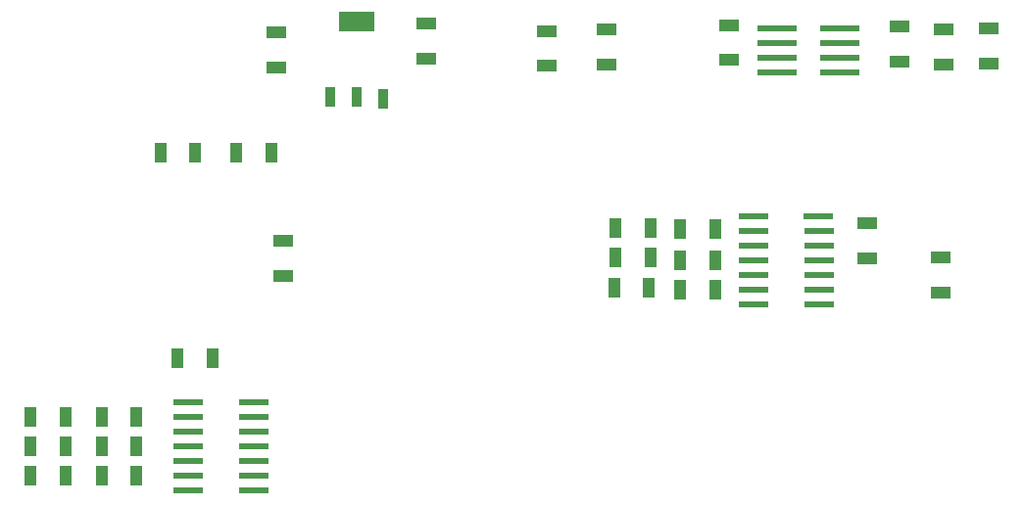
<source format=gtp>
G04*
G04 #@! TF.GenerationSoftware,Altium Limited,Altium Designer,24.1.2 (44)*
G04*
G04 Layer_Color=8421504*
%FSLAX25Y25*%
%MOIN*%
G70*
G04*
G04 #@! TF.SameCoordinates,6E6146AE-10E2-4EE8-86B2-596FBE868B5F*
G04*
G04*
G04 #@! TF.FilePolarity,Positive*
G04*
G01*
G75*
%ADD19R,0.10433X0.02362*%
%ADD20R,0.04400X0.07100*%
%ADD21R,0.03300X0.06693*%
%ADD22R,0.12200X0.06693*%
%ADD23R,0.07100X0.04400*%
%ADD24R,0.13386X0.02362*%
D19*
X259835Y118500D02*
D03*
Y113500D02*
D03*
Y108500D02*
D03*
Y103500D02*
D03*
Y98500D02*
D03*
Y93500D02*
D03*
Y88500D02*
D03*
X282165D02*
D03*
Y93500D02*
D03*
Y98500D02*
D03*
Y103500D02*
D03*
Y108500D02*
D03*
Y113500D02*
D03*
X282000Y118500D02*
D03*
X67669Y55000D02*
D03*
Y50000D02*
D03*
Y45000D02*
D03*
Y40000D02*
D03*
Y35000D02*
D03*
Y30000D02*
D03*
Y25000D02*
D03*
X90000D02*
D03*
Y30000D02*
D03*
Y35000D02*
D03*
Y40000D02*
D03*
Y45000D02*
D03*
Y50000D02*
D03*
X89835Y55000D02*
D03*
D20*
X64100Y70000D02*
D03*
X75900D02*
D03*
X50000Y40000D02*
D03*
X38200D02*
D03*
X50000Y30000D02*
D03*
X38200D02*
D03*
X14100Y40000D02*
D03*
X25900D02*
D03*
X14100Y30000D02*
D03*
X25900D02*
D03*
X246900Y103500D02*
D03*
X235100D02*
D03*
X246900Y93500D02*
D03*
X235100D02*
D03*
X246900Y114000D02*
D03*
X235100D02*
D03*
X212500Y94000D02*
D03*
X224300D02*
D03*
X213000Y104500D02*
D03*
X224800D02*
D03*
X213000Y114500D02*
D03*
X224800D02*
D03*
X95900Y140000D02*
D03*
X84100D02*
D03*
X70000D02*
D03*
X58200D02*
D03*
X38200Y50000D02*
D03*
X50000D02*
D03*
X25900D02*
D03*
X14100D02*
D03*
D21*
X134100Y158221D02*
D03*
X125000Y159205D02*
D03*
X115900D02*
D03*
D22*
X125000Y184795D02*
D03*
D23*
X251500Y183400D02*
D03*
Y171600D02*
D03*
X210000Y170100D02*
D03*
Y181900D02*
D03*
X309500Y182900D02*
D03*
Y171100D02*
D03*
X323500Y104300D02*
D03*
Y92500D02*
D03*
X298500Y115900D02*
D03*
Y104100D02*
D03*
X100000Y98200D02*
D03*
Y110000D02*
D03*
X324500Y170100D02*
D03*
Y181900D02*
D03*
X189500Y181400D02*
D03*
Y169600D02*
D03*
X97500Y169100D02*
D03*
Y180900D02*
D03*
X148500Y172100D02*
D03*
Y183900D02*
D03*
X340000Y182300D02*
D03*
Y170500D02*
D03*
D24*
X267870Y182500D02*
D03*
Y177500D02*
D03*
Y172500D02*
D03*
Y167500D02*
D03*
X289130D02*
D03*
Y172500D02*
D03*
Y177500D02*
D03*
Y182500D02*
D03*
M02*

</source>
